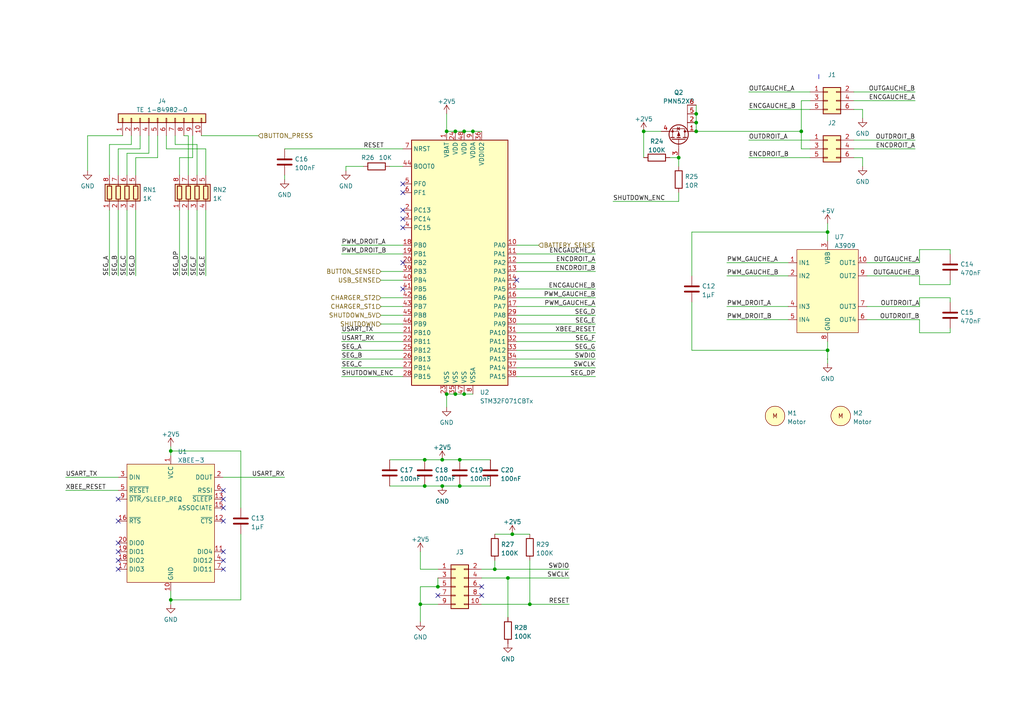
<source format=kicad_sch>
(kicad_sch (version 20211123) (generator eeschema)
  (paper "A4")
  (title_block (title "CPU + Com + Motors") (date "2022-06-08") (rev "1.0") (company "INSA - GEI"))
  (lib_symbols
    (symbol "Connector_Generic:Conn_01x10" (pin_names (offset 1.016) hide)
      (property "Reference" "J" (at 0 12.7 0))
      (property "Value" "Conn_01x10" (at 0 -15.24 0))
      (symbol "Conn_01x10_1_1"
        (rectangle (start -1.27 -12.573) (end 0 -12.827) (stroke (width 0.1524)))
        (rectangle (start -1.27 -10.033) (end 0 -10.287) (stroke (width 0.1524)))
        (rectangle (start -1.27 -7.493) (end 0 -7.747) (stroke (width 0.1524)))
        (rectangle (start -1.27 -4.953) (end 0 -5.207) (stroke (width 0.1524)))
        (rectangle (start -1.27 -2.413) (end 0 -2.667) (stroke (width 0.1524)))
        (rectangle (start -1.27 0.127) (end 0 -0.127) (stroke (width 0.1524)))
        (rectangle (start -1.27 2.667) (end 0 2.413) (stroke (width 0.1524)))
        (rectangle (start -1.27 5.207) (end 0 4.953) (stroke (width 0.1524)))
        (rectangle (start -1.27 7.747) (end 0 7.493) (stroke (width 0.1524)))
        (rectangle (start -1.27 10.287) (end 0 10.033) (stroke (width 0.1524)))
        (rectangle (start -1.27 11.43) (end 1.27 -13.97) (stroke (width 0.254)) (fill (type background)))
        (pin passive line (at -5.08 10.16 0) (length 3.81) (name "Pin_1") (number "1"))
        (pin passive line (at -5.08 -12.7 0) (length 3.81) (name "Pin_10") (number "10"))
        (pin passive line (at -5.08 7.62 0) (length 3.81) (name "Pin_2") (number "2"))
        (pin passive line (at -5.08 5.08 0) (length 3.81) (name "Pin_3") (number "3"))
        (pin passive line (at -5.08 2.54 0) (length 3.81) (name "Pin_4") (number "4"))
        (pin passive line (at -5.08 0 0) (length 3.81) (name "Pin_5") (number "5"))
        (pin passive line (at -5.08 -2.54 0) (length 3.81) (name "Pin_6") (number "6"))
        (pin passive line (at -5.08 -5.08 0) (length 3.81) (name "Pin_7") (number "7"))
        (pin passive line (at -5.08 -7.62 0) (length 3.81) (name "Pin_8") (number "8"))
        (pin passive line (at -5.08 -10.16 0) (length 3.81) (name "Pin_9") (number "9"))
      )
    )
    (symbol "Connector_Generic:Conn_02x03_Odd_Even" (pin_names (offset 1.016) hide)
      (property "Reference" "J" (at 1.27 5.08 0))
      (property "Value" "Conn_02x03_Odd_Even" (at 1.27 -5.08 0))
      (symbol "Conn_02x03_Odd_Even_1_1"
        (rectangle (start -1.27 -2.413) (end 0 -2.667) (stroke (width 0.1524)))
        (rectangle (start -1.27 0.127) (end 0 -0.127) (stroke (width 0.1524)))
        (rectangle (start -1.27 2.667) (end 0 2.413) (stroke (width 0.1524)))
        (rectangle (start -1.27 3.81) (end 3.81 -3.81) (stroke (width 0.254)) (fill (type background)))
        (rectangle (start 3.81 -2.413) (end 2.54 -2.667) (stroke (width 0.1524)))
        (rectangle (start 3.81 0.127) (end 2.54 -0.127) (stroke (width 0.1524)))
        (rectangle (start 3.81 2.667) (end 2.54 2.413) (stroke (width 0.1524)))
        (pin passive line (at -5.08 2.54 0) (length 3.81) (name "Pin_1") (number "1"))
        (pin passive line (at 7.62 2.54 180) (length 3.81) (name "Pin_2") (number "2"))
        (pin passive line (at -5.08 0 0) (length 3.81) (name "Pin_3") (number "3"))
        (pin passive line (at 7.62 0 180) (length 3.81) (name "Pin_4") (number "4"))
        (pin passive line (at -5.08 -2.54 0) (length 3.81) (name "Pin_5") (number "5"))
        (pin passive line (at 7.62 -2.54 180) (length 3.81) (name "Pin_6") (number "6"))
      )
    )
    (symbol "Connector_Generic:Conn_02x05_Odd_Even" (pin_names (offset 1.016) hide)
      (property "Reference" "J" (at 1.27 7.62 0))
      (property "Value" "Conn_02x05_Odd_Even" (at 1.27 -7.62 0))
      (symbol "Conn_02x05_Odd_Even_1_1"
        (rectangle (start -1.27 -4.953) (end 0 -5.207) (stroke (width 0.1524)))
        (rectangle (start -1.27 -2.413) (end 0 -2.667) (stroke (width 0.1524)))
        (rectangle (start -1.27 0.127) (end 0 -0.127) (stroke (width 0.1524)))
        (rectangle (start -1.27 2.667) (end 0 2.413) (stroke (width 0.1524)))
        (rectangle (start -1.27 5.207) (end 0 4.953) (stroke (width 0.1524)))
        (rectangle (start -1.27 6.35) (end 3.81 -6.35) (stroke (width 0.254)) (fill (type background)))
        (rectangle (start 3.81 -4.953) (end 2.54 -5.207) (stroke (width 0.1524)))
        (rectangle (start 3.81 -2.413) (end 2.54 -2.667) (stroke (width 0.1524)))
        (rectangle (start 3.81 0.127) (end 2.54 -0.127) (stroke (width 0.1524)))
        (rectangle (start 3.81 2.667) (end 2.54 2.413) (stroke (width 0.1524)))
        (rectangle (start 3.81 5.207) (end 2.54 4.953) (stroke (width 0.1524)))
        (pin passive line (at -5.08 5.08 0) (length 3.81) (name "Pin_1") (number "1"))
        (pin passive line (at 7.62 -5.08 180) (length 3.81) (name "Pin_10") (number "10"))
        (pin passive line (at 7.62 5.08 180) (length 3.81) (name "Pin_2") (number "2"))
        (pin passive line (at -5.08 2.54 0) (length 3.81) (name "Pin_3") (number "3"))
        (pin passive line (at 7.62 2.54 180) (length 3.81) (name "Pin_4") (number "4"))
        (pin passive line (at -5.08 0 0) (length 3.81) (name "Pin_5") (number "5"))
        (pin passive line (at 7.62 0 180) (length 3.81) (name "Pin_6") (number "6"))
        (pin passive line (at -5.08 -2.54 0) (length 3.81) (name "Pin_7") (number "7"))
        (pin passive line (at 7.62 -2.54 180) (length 3.81) (name "Pin_8") (number "8"))
        (pin passive line (at -5.08 -5.08 0) (length 3.81) (name "Pin_9") (number "9"))
      )
    )
    (symbol "Device:C" (pin_numbers hide) (pin_names (offset 0.254))
      (property "Reference" "C" (at 0.635 2.54 0))
      (property "Value" "C" (at 0.635 -2.54 0))
      (symbol "C_0_1"
        (polyline (pts (xy -2.032 -0.762) (xy 2.032 -0.762)) (stroke (width 0.508)))
        (polyline (pts (xy -2.032 0.762) (xy 2.032 0.762)) (stroke (width 0.508)))
      )
      (symbol "C_1_1"
        (pin passive line (at 0 3.81 270) (length 2.794) (name "~") (number "1"))
        (pin passive line (at 0 -3.81 90) (length 2.794) (name "~") (number "2"))
      )
    )
    (symbol "Device:R" (pin_numbers hide) (pin_names (offset 0))
      (property "Reference" "R" (at 2.032 0 90))
      (property "Value" "R" (at 0 0 90))
      (symbol "R_0_1"
        (rectangle (start -1.016 -2.54) (end 1.016 2.54) (stroke (width 0.254)))
      )
      (symbol "R_1_1"
        (pin passive line (at 0 3.81 270) (length 1.27) (name "~") (number "1"))
        (pin passive line (at 0 -3.81 90) (length 1.27) (name "~") (number "2"))
      )
    )
    (symbol "Device:R_Pack04" (pin_names (offset 0) hide)
      (property "Reference" "RN" (at -7.62 0 90))
      (property "Value" "R_Pack04" (at 5.08 0 90))
      (symbol "R_Pack04_0_1"
        (rectangle (start -6.35 -2.413) (end 3.81 2.413) (stroke (width 0.254)) (fill (type background)))
        (rectangle (start -5.715 1.905) (end -4.445 -1.905) (stroke (width 0.254)))
        (rectangle (start -3.175 1.905) (end -1.905 -1.905) (stroke (width 0.254)))
        (rectangle (start -0.635 1.905) (end 0.635 -1.905) (stroke (width 0.254)))
        (polyline (pts (xy -5.08 -2.54) (xy -5.08 -1.905)))
        (polyline (pts (xy -5.08 1.905) (xy -5.08 2.54)))
        (polyline (pts (xy -2.54 -2.54) (xy -2.54 -1.905)))
        (polyline (pts (xy -2.54 1.905) (xy -2.54 2.54)))
        (polyline (pts (xy 0 -2.54) (xy 0 -1.905)))
        (polyline (pts (xy 0 1.905) (xy 0 2.54)))
        (polyline (pts (xy 2.54 -2.54) (xy 2.54 -1.905)))
        (polyline (pts (xy 2.54 1.905) (xy 2.54 2.54)))
        (rectangle (start 1.905 1.905) (end 3.175 -1.905) (stroke (width 0.254)))
      )
      (symbol "R_Pack04_1_1"
        (pin passive line (at -5.08 -5.08 90) (length 2.54) (name "R1.1") (number "1"))
        (pin passive line (at -2.54 -5.08 90) (length 2.54) (name "R2.1") (number "2"))
        (pin passive line (at 0 -5.08 90) (length 2.54) (name "R3.1") (number "3"))
        (pin passive line (at 2.54 -5.08 90) (length 2.54) (name "R4.1") (number "4"))
        (pin passive line (at 2.54 5.08 270) (length 2.54) (name "R4.2") (number "5"))
        (pin passive line (at 0 5.08 270) (length 2.54) (name "R3.2") (number "6"))
        (pin passive line (at -2.54 5.08 270) (length 2.54) (name "R2.2") (number "7"))
        (pin passive line (at -5.08 5.08 270) (length 2.54) (name "R1.2") (number "8"))
      )
    )
    (symbol "Insa:A3909"
      (property "Reference" "U" (at -7.62 15.24 0))
      (property "Value" "A3909" (at 6.35 -13.97 0))
      (symbol "A3909_0_1"
        (rectangle (start -8.89 12.7) (end 8.89 -11.43) (stroke (width 0.1524)) (fill (type background)))
        (rectangle (start 0 -19.05) (end 0 -19.05) (stroke (width 0.1524)))
        (rectangle (start 0 -19.05) (end 0 -19.05) (stroke (width 0.1524)))
        (rectangle (start 0 -19.05) (end 0 -19.05) (stroke (width 0.1524)))
        (rectangle (start 0 -19.05) (end 0 -19.05) (stroke (width 0.1524)))
      )
      (symbol "A3909_1_1"
        (pin input line (at -11.43 8.89 0) (length 2.54) (name "IN1") (number "1"))
        (pin output line (at 11.43 8.89 180) (length 2.54) (name "OUT1") (number "10"))
        (pin input line (at -11.43 5.08 0) (length 2.54) (name "IN2") (number "2"))
        (pin power_in line (at 0 15.24 270) (length 2.54) (name "VBB") (number "3"))
        (pin input line (at -11.43 -3.81 0) (length 2.54) (name "IN3") (number "4"))
        (pin input line (at -11.43 -7.62 0) (length 2.54) (name "IN4") (number "5"))
        (pin output line (at 11.43 -7.62 180) (length 2.54) (name "OUT4") (number "6"))
        (pin output line (at 11.43 -3.81 180) (length 2.54) (name "OUT3") (number "7"))
        (pin power_in line (at 0 -13.97 90) (length 2.54) (name "GND") (number "8"))
        (pin output line (at 11.43 5.08 180) (length 2.54) (name "OUT2") (number "9"))
      )
    )
    (symbol "Insa:Motor"
      (property "Reference" "M" (at 0 3.81 0))
      (property "Value" "Motor" (at 0 -5.08 0))
      (symbol "Motor_0_0"
        (text "M" (at 0 0 0) (effects (font (size 1.27 1.27))))
      )
      (symbol "Motor_0_1"
        (circle (center 0 0) (radius 2.8398) (stroke (width 0.1524)) (fill (type background)))
      )
    )
    (symbol "Insa:PMN52XP" (pin_names (offset 0) hide)
      (property "Reference" "Q" (at 5.08 1.27 0))
      (property "Value" "PMN52XP" (at 5.08 -1.27 0))
      (symbol "PMN52XP_0_1"
        (polyline (pts (xy 0.254 0) (xy -2.54 0)))
        (polyline (pts (xy 0.254 1.905) (xy 0.254 -1.905)) (stroke (width 0.254)))
        (polyline (pts (xy 0.762 -1.27) (xy 0.762 -2.286)) (stroke (width 0.254)))
        (polyline (pts (xy 0.762 0.508) (xy 0.762 -0.508)) (stroke (width 0.254)))
        (polyline (pts (xy 0.762 2.286) (xy 0.762 1.27)) (stroke (width 0.254)))
        (polyline (pts (xy 10.16 2.54) (xy 5.08 2.54)) (stroke (width 0.1524)))
        (polyline (pts (xy 2.54 -2.54) (xy 2.54 0) (xy 0.762 0)))
        (polyline (pts (xy 5.08 2.54) (xy 2.54 2.54) (xy 2.54 1.778)))
        (polyline (pts (xy 0.762 1.778) (xy 3.302 1.778) (xy 3.302 -1.778) (xy 0.762 -1.778)))
        (polyline (pts (xy 2.286 0) (xy 1.27 0.381) (xy 1.27 -0.381) (xy 2.286 0)) (fill (type outline)))
        (polyline (pts (xy 2.794 -0.508) (xy 2.921 -0.381) (xy 3.683 -0.381) (xy 3.81 -0.254)))
        (polyline (pts (xy 3.302 -0.381) (xy 2.921 0.254) (xy 3.683 0.254) (xy 3.302 -0.381)))
        (circle (center 1.651 0) (radius 2.794) (stroke (width 0.254)))
        (circle (center 2.54 -1.778) (radius 0.254) (fill (type outline)))
        (circle (center 2.54 1.778) (radius 0.254) (fill (type outline)))
      )
      (symbol "PMN52XP_1_1"
        (pin passive line (at 2.54 5.08 270) (length 2.54) (name "D") (number "1"))
        (pin passive line (at 5.08 5.08 270) (length 2.54) (name "D") (number "2"))
        (pin input line (at -5.08 0 0) (length 2.54) (name "G") (number "3"))
        (pin passive line (at 2.54 -5.08 90) (length 2.54) (name "S") (number "4"))
        (pin passive line (at 7.62 5.08 270) (length 2.54) (name "D") (number "5"))
        (pin passive line (at 10.16 5.08 270) (length 2.54) (name "D") (number "6"))
      )
    )
    (symbol "Insa:XBEE-3"
      (property "Reference" "U" (at -21.59 -17.78 0))
      (property "Value" "XBEE-3" (at -21.59 -17.78 0))
      (symbol "XBEE-3_0_1"
        (rectangle (start -12.7 36.83) (end 12.7 2.54) (stroke (width 0.1524)) (fill (type background)))
      )
      (symbol "XBEE-3_1_1"
        (pin power_in line (at 0 39.37 270) (length 2.54) (name "VCC") (number "1"))
        (pin power_in line (at 0 0 90) (length 2.54) (name "GND") (number "10"))
        (pin bidirectional line (at 15.24 11.43 180) (length 2.54) (name "DIO4") (number "11"))
        (pin output line (at 15.24 20.32 180) (length 2.54) (name "~{CTS}") (number "12"))
        (pin output line (at 15.24 26.67 180) (length 2.54) (name "~{SLEEP}") (number "13"))
        (pin output line (at 15.24 24.13 180) (length 2.54) (name "ASSOCIATE") (number "15"))
        (pin input line (at -15.24 20.32 0) (length 2.54) (name "~{RTS}") (number "16"))
        (pin bidirectional line (at -15.24 6.35 0) (length 2.54) (name "DIO3") (number "17"))
        (pin bidirectional line (at -15.24 8.89 0) (length 2.54) (name "DIO2") (number "18"))
        (pin bidirectional line (at -15.24 11.43 0) (length 2.54) (name "DIO1") (number "19"))
        (pin output line (at 15.24 33.02 180) (length 2.54) (name "DOUT") (number "2"))
        (pin bidirectional line (at -15.24 13.97 0) (length 2.54) (name "DIO0") (number "20"))
        (pin input line (at -15.24 33.02 0) (length 2.54) (name "DIN") (number "3"))
        (pin bidirectional line (at 15.24 8.89 180) (length 2.54) (name "DIO12") (number "4"))
        (pin input line (at -15.24 29.21 0) (length 2.54) (name "~{RESET}") (number "5"))
        (pin output line (at 15.24 29.21 180) (length 2.54) (name "RSSI") (number "6"))
        (pin bidirectional line (at 15.24 6.35 180) (length 2.54) (name "DIO11") (number "7"))
        (pin input line (at -15.24 26.67 0) (length 2.54) (name "~{DTR}/SLEEP_REQ") (number "9"))
      )
    )
    (symbol "MCU_ST_STM32F0:STM32F071CBTx"
      (property "Reference" "U" (at -15.24 36.83 0))
      (property "Value" "STM32F071CBTx" (at 7.62 36.83 0))
      (symbol "STM32F071CBTx_0_1"
        (rectangle (start -15.24 -35.56) (end 12.7 35.56) (stroke (width 0.254)) (fill (type background)))
      )
      (symbol "STM32F071CBTx_1_1"
        (pin power_in line (at -5.08 38.1 270) (length 2.54) (name "VBAT") (number "1"))
        (pin bidirectional line (at 15.24 5.08 180) (length 2.54) (name "PA0") (number "10"))
        (pin bidirectional line (at 15.24 2.54 180) (length 2.54) (name "PA1") (number "11"))
        (pin bidirectional line (at 15.24 0 180) (length 2.54) (name "PA2") (number "12"))
        (pin bidirectional line (at 15.24 -2.54 180) (length 2.54) (name "PA3") (number "13"))
        (pin bidirectional line (at 15.24 -5.08 180) (length 2.54) (name "PA4") (number "14"))
        (pin bidirectional line (at 15.24 -7.62 180) (length 2.54) (name "PA5") (number "15"))
        (pin bidirectional line (at 15.24 -10.16 180) (length 2.54) (name "PA6") (number "16"))
        (pin bidirectional line (at 15.24 -12.7 180) (length 2.54) (name "PA7") (number "17"))
        (pin bidirectional line (at -17.78 5.08 0) (length 2.54) (name "PB0") (number "18"))
        (pin bidirectional line (at -17.78 2.54 0) (length 2.54) (name "PB1") (number "19"))
        (pin bidirectional line (at -17.78 15.24 0) (length 2.54) (name "PC13") (number "2"))
        (pin bidirectional line (at -17.78 0 0) (length 2.54) (name "PB2") (number "20"))
        (pin bidirectional line (at -17.78 -20.32 0) (length 2.54) (name "PB10") (number "21"))
        (pin bidirectional line (at -17.78 -22.86 0) (length 2.54) (name "PB11") (number "22"))
        (pin power_in line (at -5.08 -38.1 90) (length 2.54) (name "VSS") (number "23"))
        (pin power_in line (at -2.54 38.1 270) (length 2.54) (name "VDD") (number "24"))
        (pin bidirectional line (at -17.78 -25.4 0) (length 2.54) (name "PB12") (number "25"))
        (pin bidirectional line (at -17.78 -27.94 0) (length 2.54) (name "PB13") (number "26"))
        (pin bidirectional line (at -17.78 -30.48 0) (length 2.54) (name "PB14") (number "27"))
        (pin bidirectional line (at -17.78 -33.02 0) (length 2.54) (name "PB15") (number "28"))
        (pin bidirectional line (at 15.24 -15.24 180) (length 2.54) (name "PA8") (number "29"))
        (pin bidirectional line (at -17.78 12.7 0) (length 2.54) (name "PC14") (number "3"))
        (pin bidirectional line (at 15.24 -17.78 180) (length 2.54) (name "PA9") (number "30"))
        (pin bidirectional line (at 15.24 -20.32 180) (length 2.54) (name "PA10") (number "31"))
        (pin bidirectional line (at 15.24 -22.86 180) (length 2.54) (name "PA11") (number "32"))
        (pin bidirectional line (at 15.24 -25.4 180) (length 2.54) (name "PA12") (number "33"))
        (pin bidirectional line (at 15.24 -27.94 180) (length 2.54) (name "PA13") (number "34"))
        (pin power_in line (at -2.54 -38.1 90) (length 2.54) (name "VSS") (number "35"))
        (pin power_in line (at 5.08 38.1 270) (length 2.54) (name "VDDIO2") (number "36"))
        (pin bidirectional line (at 15.24 -30.48 180) (length 2.54) (name "PA14") (number "37"))
        (pin bidirectional line (at 15.24 -33.02 180) (length 2.54) (name "PA15") (number "38"))
        (pin bidirectional line (at -17.78 -2.54 0) (length 2.54) (name "PB3") (number "39"))
        (pin bidirectional line (at -17.78 10.16 0) (length 2.54) (name "PC15") (number "4"))
        (pin bidirectional line (at -17.78 -5.08 0) (length 2.54) (name "PB4") (number "40"))
        (pin bidirectional line (at -17.78 -7.62 0) (length 2.54) (name "PB5") (number "41"))
        (pin bidirectional line (at -17.78 -10.16 0) (length 2.54) (name "PB6") (number "42"))
        (pin bidirectional line (at -17.78 -12.7 0) (length 2.54) (name "PB7") (number "43"))
        (pin input line (at -17.78 27.94 0) (length 2.54) (name "BOOT0") (number "44"))
        (pin bidirectional line (at -17.78 -15.24 0) (length 2.54) (name "PB8") (number "45"))
        (pin bidirectional line (at -17.78 -17.78 0) (length 2.54) (name "PB9") (number "46"))
        (pin power_in line (at 0 -38.1 90) (length 2.54) (name "VSS") (number "47"))
        (pin power_in line (at 0 38.1 270) (length 2.54) (name "VDD") (number "48"))
        (pin input line (at -17.78 22.86 0) (length 2.54) (name "PF0") (number "5"))
        (pin input line (at -17.78 20.32 0) (length 2.54) (name "PF1") (number "6"))
        (pin input line (at -17.78 33.02 0) (length 2.54) (name "NRST") (number "7"))
        (pin power_in line (at 2.54 -38.1 90) (length 2.54) (name "VSSA") (number "8"))
        (pin power_in line (at 2.54 38.1 270) (length 2.54) (name "VDDA") (number "9"))
      )
    )
    (symbol "power:+2V5" (power) (pin_names (offset 0))
      (property "Value" "+2V5" (at 0 3.556 0))
      (symbol "+2V5_0_1"
        (polyline (pts (xy -0.762 1.27) (xy 0 2.54)))
        (polyline (pts (xy 0 0) (xy 0 2.54)))
        (polyline (pts (xy 0 2.54) (xy 0.762 1.27)))
      )
      (symbol "+2V5_1_1"
        (pin power_in line (at 0 0 90) (length 0) hide (name "+2V5") (number "1"))
      )
    )
    (symbol "power:+5V" (power) (pin_names (offset 0))
      (property "Value" "+5V" (at 0 3.556 0))
      (symbol "+5V_0_1"
        (polyline (pts (xy -0.762 1.27) (xy 0 2.54)))
        (polyline (pts (xy 0 0) (xy 0 2.54)))
        (polyline (pts (xy 0 2.54) (xy 0.762 1.27)))
      )
      (symbol "+5V_1_1"
        (pin power_in line (at 0 0 90) (length 0) hide (name "+5V") (number "1"))
      )
    )
    (symbol "power:GND" (power) (pin_names (offset 0))
      (property "Value" "GND" (at 0 -3.81 0))
      (symbol "GND_0_1"
        (polyline (pts (xy 0 0) (xy 0 -1.27) (xy 1.27 -1.27) (xy 0 -2.54) (xy -1.27 -1.27) (xy 0 -1.27)))
      )
      (symbol "GND_1_1"
        (pin power_in line (at 0 0 270) (length 0) hide (name "GND") (number "1"))
      )
    )
  )
  (junction (at 129.54 38.1))
  (junction (at 128.27 140.97))
  (junction (at 132.08 114.3))
  (junction (at 240.03 101.6))
  (junction (at 201.93 33.02))
  (junction (at 49.53 130.81))
  (junction (at 240.03 67.31))
  (junction (at 201.93 38.1))
  (junction (at 153.67 175.26))
  (junction (at 201.93 35.56))
  (junction (at 49.53 173.99))
  (junction (at 123.19 140.97))
  (junction (at 186.69 38.1))
  (junction (at 127 170.18))
  (junction (at 196.85 45.72))
  (junction (at 147.32 167.64))
  (junction (at 143.51 165.1))
  (junction (at 137.16 38.1))
  (junction (at 232.41 38.1))
  (junction (at 134.62 114.3))
  (junction (at 148.59 154.94))
  (junction (at 132.08 38.1))
  (junction (at 134.62 38.1))
  (junction (at 133.35 133.35))
  (junction (at 133.35 140.97))
  (junction (at 128.27 133.35))
  (junction (at 129.54 114.3))
  (junction (at 121.92 175.26))
  (junction (at 123.19 133.35))
  (no_connect (at 116.84 66.04))
  (no_connect (at 149.86 81.28))
  (no_connect (at 116.84 83.82))
  (no_connect (at 116.84 76.2))
  (no_connect (at 116.84 60.96))
  (no_connect (at 116.84 63.5))
  (no_connect (at 116.84 55.88))
  (no_connect (at 116.84 53.34))
  (no_connect (at 34.29 144.78))
  (no_connect (at 64.77 151.13))
  (no_connect (at 64.77 160.02))
  (no_connect (at 64.77 162.56))
  (no_connect (at 64.77 165.1))
  (no_connect (at 64.77 142.24))
  (no_connect (at 64.77 144.78))
  (no_connect (at 64.77 147.32))
  (no_connect (at 34.29 165.1))
  (no_connect (at 34.29 162.56))
  (no_connect (at 34.29 160.02))
  (no_connect (at 34.29 157.48))
  (no_connect (at 34.29 151.13))
  (no_connect (at 127 172.72))
  (no_connect (at 139.7 172.72))
  (no_connect (at 139.7 170.18))
  (wire (pts (xy 250.19 31.75) (xy 250.19 34.29)))
  (wire (pts (xy 275.59 82.55) (xy 275.59 81.28)))
  (wire (pts (xy 200.66 67.31) (xy 240.03 67.31)))
  (wire (pts (xy 43.18 44.45) (xy 43.18 39.37)))
  (wire (pts (xy 39.37 50.8) (xy 39.37 45.72)))
  (wire (pts (xy 99.06 71.12) (xy 116.84 71.12)))
  (wire (pts (xy 232.41 43.18) (xy 234.95 43.18)))
  (wire (pts (xy 251.46 88.9) (xy 266.7 88.9)))
  (wire (pts (xy 201.93 35.56) (xy 201.93 38.1)))
  (wire (pts (xy 201.93 30.48) (xy 201.93 33.02)))
  (wire (pts (xy 266.7 88.9) (xy 266.7 86.36)))
  (wire (pts (xy 35.56 39.37) (xy 25.4 39.37)))
  (wire (pts (xy 129.54 114.3) (xy 129.54 118.11)))
  (wire (pts (xy 127 170.18) (xy 121.92 170.18)))
  (wire (pts (xy 247.65 31.75) (xy 250.19 31.75)))
  (wire (pts (xy 121.92 175.26) (xy 121.92 180.34)))
  (wire (pts (xy 113.03 133.35) (xy 123.19 133.35)))
  (wire (pts (xy 82.55 50.8) (xy 82.55 52.07)))
  (wire (pts (xy 132.08 114.3) (xy 134.62 114.3)))
  (wire (pts (xy 128.27 133.35) (xy 133.35 133.35)))
  (wire (pts (xy 19.05 142.24) (xy 34.29 142.24)))
  (wire (pts (xy 99.06 106.68) (xy 116.84 106.68)))
  (wire (pts (xy 149.86 109.22) (xy 172.72 109.22)))
  (wire (pts (xy 232.41 38.1) (xy 232.41 43.18)))
  (wire (pts (xy 247.65 40.64) (xy 265.43 40.64)))
  (wire (pts (xy 34.29 60.96) (xy 34.29 80.01)))
  (wire (pts (xy 52.07 50.8) (xy 52.07 45.72)))
  (wire (pts (xy 200.66 80.01) (xy 200.66 67.31)))
  (wire (pts (xy 149.86 78.74) (xy 172.72 78.74)))
  (wire (pts (xy 64.77 138.43) (xy 82.55 138.43)))
  (wire (pts (xy 69.85 130.81) (xy 69.85 147.32)))
  (wire (pts (xy 99.06 104.14) (xy 116.84 104.14)))
  (wire (pts (xy 217.17 45.72) (xy 234.95 45.72)))
  (wire (pts (xy 196.85 55.88) (xy 196.85 58.42)))
  (wire (pts (xy 132.08 38.1) (xy 134.62 38.1)))
  (wire (pts (xy 149.86 83.82) (xy 172.72 83.82)))
  (wire (pts (xy 36.83 50.8) (xy 36.83 44.45)))
  (wire (pts (xy 34.29 43.18) (xy 40.64 43.18)))
  (wire (pts (xy 266.7 92.71) (xy 266.7 96.52)))
  (wire (pts (xy 275.59 72.39) (xy 275.59 73.66)))
  (wire (pts (xy 275.59 95.25) (xy 275.59 96.52)))
  (wire (pts (xy 49.53 173.99) (xy 69.85 173.99)))
  (wire (pts (xy 210.82 80.01) (xy 228.6 80.01)))
  (wire (pts (xy 148.59 154.94) (xy 153.67 154.94)))
  (wire (pts (xy 133.35 133.35) (xy 142.24 133.35)))
  (wire (pts (xy 54.61 39.37) (xy 54.61 50.8)))
  (wire (pts (xy 110.49 91.44) (xy 116.84 91.44)))
  (wire (pts (xy 129.54 33.02) (xy 129.54 38.1)))
  (wire (pts (xy 127 167.64) (xy 127 170.18)))
  (wire (pts (xy 210.82 88.9) (xy 228.6 88.9)))
  (wire (pts (xy 149.86 88.9) (xy 172.72 88.9)))
  (wire (pts (xy 153.67 175.26) (xy 165.1 175.26)))
  (wire (pts (xy 200.66 87.63) (xy 200.66 101.6)))
  (wire (pts (xy 266.7 80.01) (xy 266.7 82.55)))
  (wire (pts (xy 31.75 60.96) (xy 31.75 80.01)))
  (wire (pts (xy 240.03 99.06) (xy 240.03 101.6)))
  (wire (pts (xy 149.86 96.52) (xy 172.72 96.52)))
  (wire (pts (xy 217.17 40.64) (xy 234.95 40.64)))
  (wire (pts (xy 240.03 64.77) (xy 240.03 67.31)))
  (wire (pts (xy 54.61 60.96) (xy 54.61 80.01)))
  (wire (pts (xy 201.93 33.02) (xy 201.93 35.56)))
  (wire (pts (xy 59.69 60.96) (xy 59.69 80.01)))
  (wire (pts (xy 232.41 29.21) (xy 232.41 38.1)))
  (wire (pts (xy 99.06 96.52) (xy 116.84 96.52)))
  (wire (pts (xy 149.86 71.12) (xy 156.21 71.12)))
  (wire (pts (xy 149.86 104.14) (xy 172.72 104.14)))
  (wire (pts (xy 110.49 81.28) (xy 116.84 81.28)))
  (wire (pts (xy 69.85 154.94) (xy 69.85 173.99)))
  (wire (pts (xy 99.06 101.6) (xy 116.84 101.6)))
  (wire (pts (xy 128.27 140.97) (xy 133.35 140.97)))
  (wire (pts (xy 139.7 165.1) (xy 143.51 165.1)))
  (wire (pts (xy 129.54 114.3) (xy 132.08 114.3)))
  (wire (pts (xy 247.65 26.67) (xy 265.43 26.67)))
  (wire (pts (xy 31.75 41.91) (xy 38.1 41.91)))
  (wire (pts (xy 147.32 167.64) (xy 147.32 179.07)))
  (wire (pts (xy 210.82 92.71) (xy 228.6 92.71)))
  (wire (pts (xy 113.03 140.97) (xy 123.19 140.97)))
  (wire (pts (xy 55.88 39.37) (xy 55.88 45.72)))
  (wire (pts (xy 247.65 45.72) (xy 250.19 45.72)))
  (wire (pts (xy 121.92 170.18) (xy 121.92 175.26)))
  (wire (pts (xy 34.29 50.8) (xy 34.29 43.18)))
  (wire (pts (xy 149.86 101.6) (xy 172.72 101.6)))
  (wire (pts (xy 49.53 173.99) (xy 49.53 175.26)))
  (polyline (pts (xy 237.49 21.59) (xy 237.49 22.86)))
  (wire (pts (xy 99.06 73.66) (xy 116.84 73.66)))
  (wire (pts (xy 139.7 175.26) (xy 153.67 175.26)))
  (wire (pts (xy 275.59 86.36) (xy 275.59 87.63)))
  (wire (pts (xy 110.49 88.9) (xy 116.84 88.9)))
  (wire (pts (xy 99.06 109.22) (xy 116.84 109.22)))
  (wire (pts (xy 217.17 26.67) (xy 234.95 26.67)))
  (wire (pts (xy 143.51 162.56) (xy 143.51 165.1)))
  (wire (pts (xy 250.19 45.72) (xy 250.19 48.26)))
  (wire (pts (xy 38.1 41.91) (xy 38.1 39.37)))
  (wire (pts (xy 57.15 41.91) (xy 50.8 41.91)))
  (wire (pts (xy 149.86 86.36) (xy 172.72 86.36)))
  (wire (pts (xy 40.64 43.18) (xy 40.64 39.37)))
  (wire (pts (xy 240.03 67.31) (xy 240.03 69.85)))
  (wire (pts (xy 49.53 171.45) (xy 49.53 173.99)))
  (wire (pts (xy 251.46 76.2) (xy 266.7 76.2)))
  (wire (pts (xy 110.49 86.36) (xy 116.84 86.36)))
  (wire (pts (xy 194.31 45.72) (xy 196.85 45.72)))
  (wire (pts (xy 247.65 43.18) (xy 265.43 43.18)))
  (wire (pts (xy 217.17 31.75) (xy 234.95 31.75)))
  (wire (pts (xy 129.54 38.1) (xy 132.08 38.1)))
  (wire (pts (xy 49.53 129.54) (xy 49.53 130.81)))
  (wire (pts (xy 19.05 138.43) (xy 34.29 138.43)))
  (wire (pts (xy 149.86 93.98) (xy 172.72 93.98)))
  (wire (pts (xy 82.55 43.18) (xy 116.84 43.18)))
  (wire (pts (xy 143.51 154.94) (xy 148.59 154.94)))
  (wire (pts (xy 39.37 45.72) (xy 45.72 45.72)))
  (wire (pts (xy 52.07 45.72) (xy 55.88 45.72)))
  (wire (pts (xy 57.15 50.8) (xy 57.15 41.91)))
  (wire (pts (xy 48.26 39.37) (xy 48.26 43.18)))
  (wire (pts (xy 31.75 50.8) (xy 31.75 41.91)))
  (wire (pts (xy 57.15 60.96) (xy 57.15 80.01)))
  (wire (pts (xy 240.03 101.6) (xy 240.03 105.41)))
  (wire (pts (xy 143.51 165.1) (xy 165.1 165.1)))
  (wire (pts (xy 123.19 133.35) (xy 128.27 133.35)))
  (wire (pts (xy 59.69 50.8) (xy 59.69 43.18)))
  (wire (pts (xy 186.69 45.72) (xy 186.69 38.1)))
  (wire (pts (xy 153.67 162.56) (xy 153.67 175.26)))
  (wire (pts (xy 149.86 76.2) (xy 172.72 76.2)))
  (wire (pts (xy 134.62 38.1) (xy 137.16 38.1)))
  (wire (pts (xy 201.93 38.1) (xy 232.41 38.1)))
  (wire (pts (xy 210.82 76.2) (xy 228.6 76.2)))
  (wire (pts (xy 266.7 96.52) (xy 275.59 96.52)))
  (wire (pts (xy 266.7 82.55) (xy 275.59 82.55)))
  (wire (pts (xy 100.33 48.26) (xy 100.33 49.53)))
  (wire (pts (xy 266.7 76.2) (xy 266.7 72.39)))
  (wire (pts (xy 200.66 101.6) (xy 240.03 101.6)))
  (wire (pts (xy 59.69 43.18) (xy 48.26 43.18)))
  (wire (pts (xy 49.53 130.81) (xy 69.85 130.81)))
  (wire (pts (xy 25.4 39.37) (xy 25.4 49.53)))
  (wire (pts (xy 147.32 167.64) (xy 165.1 167.64)))
  (wire (pts (xy 50.8 39.37) (xy 50.8 41.91)))
  (wire (pts (xy 266.7 86.36) (xy 275.59 86.36)))
  (wire (pts (xy 36.83 44.45) (xy 43.18 44.45)))
  (wire (pts (xy 110.49 93.98) (xy 116.84 93.98)))
  (wire (pts (xy 54.61 39.37) (xy 53.34 39.37)))
  (wire (pts (xy 99.06 99.06) (xy 116.84 99.06)))
  (wire (pts (xy 105.41 48.26) (xy 100.33 48.26)))
  (wire (pts (xy 186.69 38.1) (xy 191.77 38.1)))
  (wire (pts (xy 49.53 130.81) (xy 49.53 132.08)))
  (wire (pts (xy 52.07 60.96) (xy 52.07 80.01)))
  (wire (pts (xy 110.49 78.74) (xy 116.84 78.74)))
  (wire (pts (xy 149.86 91.44) (xy 172.72 91.44)))
  (wire (pts (xy 149.86 106.68) (xy 172.72 106.68)))
  (wire (pts (xy 251.46 80.01) (xy 266.7 80.01)))
  (wire (pts (xy 45.72 45.72) (xy 45.72 39.37)))
  (wire (pts (xy 247.65 29.21) (xy 265.43 29.21)))
  (wire (pts (xy 251.46 92.71) (xy 266.7 92.71)))
  (wire (pts (xy 139.7 167.64) (xy 147.32 167.64)))
  (wire (pts (xy 133.35 140.97) (xy 142.24 140.97)))
  (wire (pts (xy 149.86 73.66) (xy 172.72 73.66)))
  (wire (pts (xy 121.92 175.26) (xy 127 175.26)))
  (wire (pts (xy 121.92 160.02) (xy 121.92 165.1)))
  (wire (pts (xy 134.62 114.3) (xy 137.16 114.3)))
  (wire (pts (xy 58.42 39.37) (xy 74.93 39.37)))
  (wire (pts (xy 127 165.1) (xy 121.92 165.1)))
  (wire (pts (xy 266.7 72.39) (xy 275.59 72.39)))
  (wire (pts (xy 123.19 140.97) (xy 128.27 140.97)))
  (wire (pts (xy 137.16 38.1) (xy 139.7 38.1)))
  (wire (pts (xy 36.83 60.96) (xy 36.83 80.01)))
  (wire (pts (xy 113.03 48.26) (xy 116.84 48.26)))
  (wire (pts (xy 196.85 45.72) (xy 196.85 48.26)))
  (wire (pts (xy 177.8 58.42) (xy 196.85 58.42)))
  (wire (pts (xy 232.41 29.21) (xy 234.95 29.21)))
  (wire (pts (xy 149.86 99.06) (xy 172.72 99.06)))
  (wire (pts (xy 39.37 60.96) (xy 39.37 80.01)))
  (label "ENCDROIT_B" (at 172.72 78.74 180))
  (label "USART_TX" (at 19.05 138.43 0))
  (label "SHUTDOWN_ENC" (at 99.06 109.22 0))
  (label "PWM_DROIT_B" (at 210.82 92.71 0))
  (label "SEG_G" (at 172.72 101.6 180))
  (label "SEG_F" (at 57.15 80.01 90))
  (label "SEG_A" (at 31.75 80.01 90))
  (label "PWM_DROIT_A" (at 210.82 88.9 0))
  (label "USART_RX" (at 99.06 99.06 0))
  (label "SEG_DP" (at 172.72 109.22 180))
  (label "SEG_G" (at 54.61 80.01 90))
  (label "PWM_GAUCHE_A" (at 210.82 76.2 0))
  (label "OUTDROIT_A" (at 217.17 40.64 0))
  (label "ENCDROIT_A" (at 265.43 43.18 180))
  (label "ENCDROIT_A" (at 172.72 76.2 180))
  (label "SWCLK" (at 172.72 106.68 180))
  (label "ENCGAUCHE_A" (at 172.72 73.66 180))
  (label "SEG_C" (at 36.83 80.01 90))
  (label "SEG_DP" (at 52.07 80.01 90))
  (label "PWM_DROIT_B" (at 99.06 73.66 0))
  (label "PWM_GAUCHE_B" (at 172.72 86.36 180))
  (label "OUTGAUCHE_B" (at 266.7 80.01 180))
  (label "PWM_GAUCHE_B" (at 210.82 80.01 0))
  (label "OUTGAUCHE_B" (at 265.43 26.67 180))
  (label "PWM_DROIT_A" (at 99.06 71.12 0))
  (label "USART_RX" (at 82.55 138.43 180))
  (label "USART_TX" (at 99.06 96.52 0))
  (label "ENCGAUCHE_B" (at 172.72 83.82 180))
  (label "SWCLK" (at 165.1 167.64 180))
  (label "XBEE_RESET" (at 19.05 142.24 0))
  (label "XBEE_RESET" (at 172.72 96.52 180))
  (label "SEG_E" (at 59.69 80.01 90))
  (label "SHUTDOWN_ENC" (at 177.8 58.42 0))
  (label "ENCDROIT_B" (at 217.17 45.72 0))
  (label "OUTDROIT_B" (at 265.43 40.64 180))
  (label "ENCGAUCHE_B" (at 217.17 31.75 0))
  (label "OUTGAUCHE_A" (at 217.17 26.67 0))
  (label "SEG_B" (at 99.06 104.14 0))
  (label "OUTGAUCHE_A" (at 266.7 76.2 180))
  (label "SWDIO" (at 172.72 104.14 180))
  (label "PWM_GAUCHE_A" (at 172.72 88.9 180))
  (label "OUTDROIT_B" (at 266.7 92.71 180))
  (label "RESET" (at 165.1 175.26 180))
  (label "SEG_A" (at 99.06 101.6 0))
  (label "SEG_C" (at 99.06 106.68 0))
  (label "OUTDROIT_A" (at 266.7 88.9 180))
  (label "SEG_E" (at 172.72 93.98 180))
  (label "SEG_D" (at 172.72 91.44 180))
  (label "SEG_B" (at 34.29 80.01 90))
  (label "ENCGAUCHE_A" (at 265.43 29.21 180))
  (label "SEG_D" (at 39.37 80.01 90))
  (label "SWDIO" (at 165.1 165.1 180))
  (label "RESET" (at 105.41 43.18 0))
  (label "SEG_F" (at 172.72 99.06 180))
  (hierarchical_label "BUTTON_PRESS" (shape input) (at 74.93 39.37 0))
  (hierarchical_label "CHARGER_ST1" (shape input) (at 110.49 88.9 180))
  (hierarchical_label "USB_SENSE" (shape input) (at 110.49 81.28 180))
  (hierarchical_label "SHUTDOWN" (shape input) (at 110.49 93.98 180))
  (hierarchical_label "BATTERY_SENSE" (shape input) (at 156.21 71.12 0))
  (hierarchical_label "BUTTON_SENSE" (shape input) (at 110.49 78.74 180))
  (hierarchical_label "SHUTDOWN_5V" (shape input) (at 110.49 91.44 180))
  (hierarchical_label "CHARGER_ST2" (shape input) (at 110.49 86.36 180))
  (symbol (lib_id "power:GND") (at 100.33 49.53 0) (unit 1)
    (property "Reference" "#PWR030" (effects hide))
    (property "Value" "GND" (at 100.33 53.9734 0))
  )
  (symbol (lib_id "Device:R_Pack04") (at 57.15 55.88 0) (unit 1)
    (property "Reference" "RN2" (at 61.722 55.0453 0) (effects (justify left)))
    (property "Value" "1K" (at 61.722 57.5822 0) (effects (justify left)))
    (property "Footprint" "Resistor_SMD:R_Array_Convex_4x1206" (effects hide))
  )
  (symbol (lib_id "Device:C") (at 275.59 77.47 0) (unit 1)
    (property "Reference" "C14" (at 278.511 76.6353 0) (effects (justify left)))
    (property "Value" "470nF" (at 278.511 79.1722 0) (effects (justify left)))
    (property "Footprint" "Capacitor_SMD:C_0805_2012Metric" (effects hide))
  )
  (symbol (lib_id "power:GND") (at 147.32 186.69 0) (unit 1)
    (property "Reference" "#PWR033" (effects hide))
    (property "Value" "GND" (at 147.32 191.1334 0))
  )
  (symbol (lib_id "power:+2V5") (at 49.53 129.54 0) (unit 1)
    (property "Reference" "#PWR0103" (effects hide))
    (property "Value" "+2V5" (at 49.53 125.9642 0))
  )
  (symbol (lib_id "power:GND") (at 240.03 105.41 0) (unit 1)
    (property "Reference" "#PWR0106" (effects hide))
    (property "Value" "GND" (at 240.03 109.8534 0))
  )
  (symbol (lib_id "power:GND") (at 25.4 49.53 0) (unit 1)
    (property "Reference" "#PWR027" (effects hide))
    (property "Value" "GND" (at 25.4 53.9734 0))
  )
  (symbol (lib_id "Device:C") (at 200.66 83.82 0) (unit 1)
    (property "Reference" "C12" (at 203.581 82.9853 0) (effects (justify left)))
    (property "Value" "1µF" (at 203.581 85.5222 0) (effects (justify left)))
    (property "Footprint" "Capacitor_SMD:C_0805_2012Metric" (effects hide))
  )
  (symbol (lib_id "Device:C") (at 113.03 137.16 0) (unit 1)
    (property "Reference" "C17" (at 115.951 136.3253 0) (effects (justify left)))
    (property "Value" "100nF" (at 115.951 138.8622 0) (effects (justify left)))
    (property "Footprint" "Capacitor_SMD:C_0805_2012Metric" (effects hide))
  )
  (symbol (lib_id "Device:C") (at 275.59 91.44 0) (unit 1)
    (property "Reference" "C15" (at 278.511 90.6053 0) (effects (justify left)))
    (property "Value" "470nF" (at 278.511 93.1422 0) (effects (justify left)))
    (property "Footprint" "Capacitor_SMD:C_0805_2012Metric" (effects hide))
  )
  (symbol (lib_id "Device:R_Pack04") (at 36.83 55.88 0) (unit 1)
    (property "Reference" "RN1" (at 41.402 55.0453 0) (effects (justify left)))
    (property "Value" "1K" (at 41.402 57.5822 0) (effects (justify left)))
    (property "Footprint" "Resistor_SMD:R_Array_Convex_4x1206" (effects hide))
  )
  (symbol (lib_id "power:GND") (at 49.53 175.26 0) (unit 1)
    (property "Reference" "#PWR0101" (effects hide))
    (property "Value" "GND" (at 49.53 179.7034 0))
  )
  (symbol (lib_id "Device:C") (at 69.85 151.13 0) (unit 1)
    (property "Reference" "C13" (at 72.771 150.2953 0) (effects (justify left)))
    (property "Value" "1µF" (at 72.771 152.8322 0) (effects (justify left)))
    (property "Footprint" "Capacitor_SMD:C_0805_2012Metric" (effects hide))
  )
  (symbol (lib_id "power:+5V") (at 240.03 64.77 0) (unit 1)
    (property "Reference" "#PWR024" (effects hide))
    (property "Value" "+5V" (at 240.03 61.1942 0))
  )
  (symbol (lib_id "Device:R") (at 153.67 158.75 0) (unit 1)
    (property "Reference" "R29" (at 155.448 157.9153 0) (effects (justify left)))
    (property "Value" "100K" (at 155.448 160.4522 0) (effects (justify left)))
    (property "Footprint" "Resistor_SMD:R_0805_2012Metric" (effects hide))
  )
  (symbol (lib_id "power:GND") (at 250.19 48.26 0) (unit 1)
    (property "Reference" "#PWR023" (effects hide))
    (property "Value" "GND" (at 250.19 52.7034 0))
  )
  (symbol (lib_id "Device:C") (at 142.24 137.16 0) (unit 1)
    (property "Reference" "C20" (at 145.161 136.3253 0) (effects (justify left)))
    (property "Value" "100nF" (at 145.161 138.8622 0) (effects (justify left)))
    (property "Footprint" "Capacitor_SMD:C_0805_2012Metric" (effects hide))
  )
  (symbol (lib_id "Device:C") (at 82.55 46.99 0) (unit 1)
    (property "Reference" "C16" (at 85.471 46.1553 0) (effects (justify left)))
    (property "Value" "100nF" (at 85.471 48.6922 0) (effects (justify left)))
    (property "Footprint" "Capacitor_SMD:C_0805_2012Metric" (effects hide))
  )
  (symbol (lib_id "power:GND") (at 82.55 52.07 0) (unit 1)
    (property "Reference" "#PWR028" (effects hide))
    (property "Value" "GND" (at 82.55 56.5134 0))
  )
  (symbol (lib_id "power:GND") (at 250.19 34.29 0) (unit 1)
    (property "Reference" "#PWR0104" (effects hide))
    (property "Value" "GND" (at 250.19 38.7334 0))
  )
  (symbol (lib_id "power:+2V5") (at 128.27 133.35 0) (unit 1)
    (property "Reference" "#PWR0109" (effects hide))
    (property "Value" "+2V5" (at 128.27 129.7742 0))
  )
  (symbol (lib_id "power:GND") (at 121.92 180.34 0) (unit 1)
    (property "Reference" "#PWR032" (effects hide))
    (property "Value" "GND" (at 121.92 184.7834 0))
  )
  (symbol (lib_id "Device:R") (at 109.22 48.26 90) (unit 1)
    (property "Reference" "R26" (at 106.68 45.72 90))
    (property "Value" "10K" (at 111.76 45.72 90))
    (property "Footprint" "Resistor_SMD:R_0805_2012Metric" (effects hide))
  )
  (symbol (lib_id "power:+2V5") (at 121.92 160.02 0) (unit 1)
    (property "Reference" "#PWR031" (effects hide))
    (property "Value" "+2V5" (at 121.92 156.4442 0))
  )
  (symbol (lib_id "power:+2V5") (at 148.59 154.94 0) (unit 1)
    (property "Reference" "#PWR034" (effects hide))
    (property "Value" "+2V5" (at 148.59 151.3642 0))
  )
  (symbol (lib_id "Device:C") (at 133.35 137.16 0) (unit 1)
    (property "Reference" "C19" (at 136.271 136.3253 0) (effects (justify left)))
    (property "Value" "100nF" (at 136.271 138.8622 0) (effects (justify left)))
    (property "Footprint" "Capacitor_SMD:C_0805_2012Metric" (effects hide))
  )
  (symbol (lib_id "Insa:XBEE-3") (at 49.53 171.45 0) (unit 1)
    (property "Reference" "U1" (at 51.5494 130.971 0) (effects (justify left)))
    (property "Value" "XBEE-3" (at 51.5494 133.5079 0) (effects (justify left)))
    (property "Footprint" "INSA:XBEE-3-TH" (effects hide))
  )
  (symbol (lib_id "MCU_ST_STM32F0:STM32F071CBTx") (at 134.62 76.2 0) (unit 1)
    (property "Reference" "U2" (at 139.1794 113.7904 0) (effects (justify left)))
    (property "Value" "STM32F071CBTx" (at 139.1794 116.3273 0) (effects (justify left)))
    (property "Footprint" "Package_QFP:LQFP-48_7x7mm_P0.5mm" (effects hide))
    (property "Datasheet" "http://www.st.com/st-web-ui/static/active/en/resource/technical/document/datasheet/DM00098745.pdf" (effects hide))
  )
  (symbol (lib_id "Connector_Generic:Conn_02x03_Odd_Even") (at 240.03 29.21 0) (unit 1)
    (property "Reference" "J1" (at 241.3 21.7002 0))
    (property "Value" "Conn_02x03_Odd_Even" (effects hide))
    (property "Footprint" "Connector_IDC:IDC-Header_2x03_P2.54mm_Vertical" (effects hide))
  )
  (symbol (lib_id "Device:R") (at 190.5 45.72 90) (unit 1)
    (property "Reference" "R24" (at 190.5 41.0042 90))
    (property "Value" "100K" (at 190.5 43.5411 90))
    (property "Footprint" "Resistor_SMD:R_0805_2012Metric" (effects hide))
  )
  (symbol (lib_id "Insa:Motor") (at 224.79 120.65 0) (unit 1)
    (property "Reference" "M1" (at 228.341 119.8153 0) (effects (justify left)))
    (property "Value" "Motor" (at 228.341 122.3522 0) (effects (justify left)))
    (property "Footprint" "INSA:Motor Pololu HPCB with encoder" (effects hide))
  )
  (symbol (lib_id "Insa:PMN52XP") (at 196.85 40.64 270) (mirror x) (unit 1)
    (property "Reference" "Q2" (at 196.85 26.831 90))
    (property "Value" "PMN52XP" (at 196.85 29.3679 90))
    (property "Footprint" "Package_SO:TSOP-6_1.65x3.05mm_P0.95mm" (effects hide))
  )
  (symbol (lib_id "Device:R") (at 147.32 182.88 0) (unit 1)
    (property "Reference" "R28" (at 149.098 182.0453 0) (effects (justify left)))
    (property "Value" "100K" (at 149.098 184.5822 0) (effects (justify left)))
    (property "Footprint" "Resistor_SMD:R_0805_2012Metric" (effects hide))
  )
  (symbol (lib_id "Insa:A3909") (at 240.03 85.09 0) (unit 1)
    (property "Reference" "U7" (at 242.0494 68.741 0) (effects (justify left)))
    (property "Value" "A3909" (at 242.0494 71.2779 0) (effects (justify left)))
    (property "Footprint" "Package_SO:SSOP-10_3.9x4.9mm_P1.00mm" (effects hide))
  )
  (symbol (lib_id "Connector_Generic:Conn_02x03_Odd_Even") (at 240.03 43.18 0) (unit 1)
    (property "Reference" "J2" (at 241.3 35.6702 0))
    (property "Value" "Conn_02x03_Odd_Even" (effects hide))
    (property "Footprint" "Connector_IDC:IDC-Header_2x03_P2.54mm_Vertical" (effects hide))
  )
  (symbol (lib_id "power:GND") (at 129.54 118.11 0) (unit 1)
    (property "Reference" "#PWR0107" (effects hide))
    (property "Value" "GND" (at 129.54 122.5534 0))
  )
  (symbol (lib_id "Device:R") (at 196.85 52.07 0) (unit 1)
    (property "Reference" "R25" (at 198.628 51.2353 0) (effects (justify left)))
    (property "Value" "10R" (at 198.628 53.7722 0) (effects (justify left)))
    (property "Footprint" "Resistor_SMD:R_0805_2012Metric" (effects hide))
  )
  (symbol (lib_id "Connector_Generic:Conn_01x10") (at 45.72 34.29 90) (unit 1)
    (property "Reference" "J4" (at 46.99 29.3202 90))
    (property "Value" "TE 1-84982-0" (at 46.99 31.8571 90))
    (property "Footprint" "INSA:TE 1-84982-0" (effects hide))
  )
  (symbol (lib_id "Device:C") (at 123.19 137.16 0) (unit 1)
    (property "Reference" "C18" (at 126.111 136.3253 0) (effects (justify left)))
    (property "Value" "100nF" (at 126.111 138.8622 0) (effects (justify left)))
    (property "Footprint" "Capacitor_SMD:C_0805_2012Metric" (effects hide))
  )
  (symbol (lib_id "power:+2V5") (at 129.54 33.02 0) (unit 1)
    (property "Reference" "#PWR0108" (effects hide))
    (property "Value" "+2V5" (at 129.54 29.4442 0))
  )
  (symbol (lib_id "Device:R") (at 143.51 158.75 0) (unit 1)
    (property "Reference" "R27" (at 145.288 157.9153 0) (effects (justify left)))
    (property "Value" "100K" (at 145.288 160.4522 0) (effects (justify left)))
    (property "Footprint" "Resistor_SMD:R_0805_2012Metric" (effects hide))
  )
  (symbol (lib_id "power:GND") (at 128.27 140.97 0) (unit 1)
    (property "Reference" "#PWR0105" (effects hide))
    (property "Value" "GND" (at 128.27 145.4134 0))
  )
  (symbol (lib_id "Connector_Generic:Conn_02x05_Odd_Even") (at 132.08 170.18 0) (unit 1)
    (property "Reference" "J3" (at 133.35 160.1302 0))
    (property "Value" "Conn_02x05_Odd_Even" (effects hide))
    (property "Footprint" "Connector_PinHeader_1.27mm:PinHeader_2x05_P1.27mm_Horizontal" (effects hide))
  )
  (symbol (lib_id "Insa:Motor") (at 243.84 120.65 0) (unit 1)
    (property "Reference" "M2" (at 247.391 119.8153 0) (effects (justify left)))
    (property "Value" "Motor" (at 247.391 122.3522 0) (effects (justify left)))
    (property "Footprint" "INSA:Motor Pololu HPCB with encoder" (effects hide))
  )
  (symbol (lib_id "power:+2V5") (at 186.69 38.1 0) (unit 1)
    (property "Reference" "#PWR021" (effects hide))
    (property "Value" "+2V5" (at 186.69 34.5242 0))
  )
)
</source>
